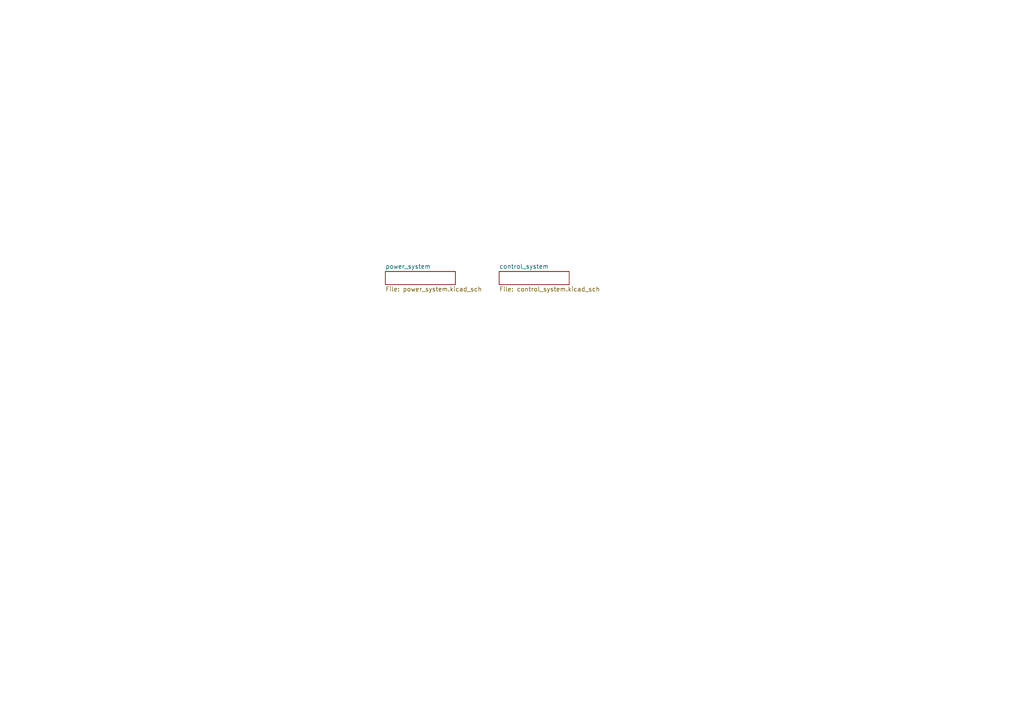
<source format=kicad_sch>
(kicad_sch (version 20230121) (generator eeschema)

  (uuid 9d79937a-4884-491e-b031-3be0fe75c150)

  (paper "A4")

  (title_block
    (title "Ardupotentio")
    (date "2023-07-25")
    (rev "1")
    (comment 1 "Sensors and Actuators Reports, vol. 3, p. 100045, 2021.")
    (comment 2 "‘Development of an arduino-based integrated system for sensing of hydrogen peroxide’,")
    (comment 3 "W. Gao, X. Luo, Y. Liu, Y. Zhao, and Y. Cui,")
    (comment 4 "Reference: ")
  )

  (lib_symbols
  )


  (sheet (at 144.78 78.74) (size 20.32 3.81) (fields_autoplaced)
    (stroke (width 0.1524) (type solid))
    (fill (color 0 0 0 0.0000))
    (uuid 463012ab-a4c9-42ab-8ca3-9395476691f2)
    (property "Sheetname" "control_system" (at 144.78 78.0284 0)
      (effects (font (size 1.27 1.27)) (justify left bottom))
    )
    (property "Sheetfile" "control_system.kicad_sch" (at 144.78 83.1346 0)
      (effects (font (size 1.27 1.27)) (justify left top))
    )
    (instances
      (project "ardupotentio"
        (path "/9d79937a-4884-491e-b031-3be0fe75c150" (page "3"))
      )
    )
  )

  (sheet (at 111.76 78.74) (size 20.32 3.81) (fields_autoplaced)
    (stroke (width 0.1524) (type solid))
    (fill (color 0 0 0 0.0000))
    (uuid fa4b0175-5ce0-41e3-82a9-2ac6fe46a0f2)
    (property "Sheetname" "power_system" (at 111.76 78.0284 0)
      (effects (font (size 1.27 1.27)) (justify left bottom))
    )
    (property "Sheetfile" "power_system.kicad_sch" (at 111.76 83.1346 0)
      (effects (font (size 1.27 1.27)) (justify left top))
    )
    (instances
      (project "ardupotentio"
        (path "/9d79937a-4884-491e-b031-3be0fe75c150" (page "2"))
      )
    )
  )

  (sheet_instances
    (path "/" (page "1"))
  )
)

</source>
